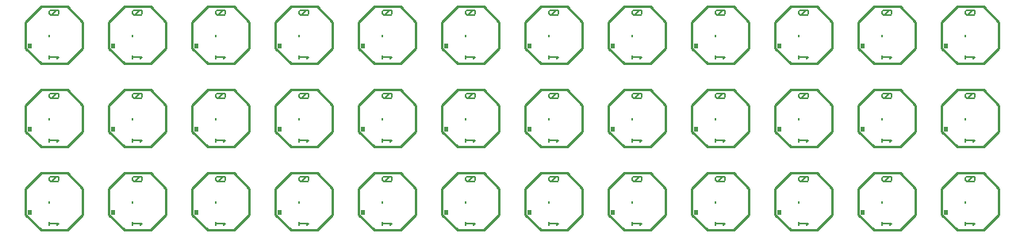
<source format=gbr>
G04 start of page 9 for group -4078 idx -4078 *
G04 Title: (unknown), bottomsilk *
G04 Creator: pcb 4.0.2 *
G04 CreationDate: Fri Mar 17 03:13:06 2023 UTC *
G04 For: railfan *
G04 Format: Gerber/RS-274X *
G04 PCB-Dimensions (mil): 4900.00 1150.00 *
G04 PCB-Coordinate-Origin: lower left *
%MOIN*%
%FSLAX25Y25*%
%LNBOTTOMSILK*%
%ADD32C,0.0080*%
%ADD31C,0.0100*%
%ADD30C,0.0001*%
G54D30*G36*
X43000Y54000D02*Y52000D01*
X41500D01*
Y54000D01*
X43000D01*
G37*
G36*
X78000D02*Y52000D01*
X76500D01*
Y54000D01*
X78000D01*
G37*
G36*
X43000Y89000D02*Y87000D01*
X41500D01*
Y89000D01*
X43000D01*
G37*
G36*
X78000D02*Y87000D01*
X76500D01*
Y89000D01*
X78000D01*
G37*
G36*
X43000Y19000D02*Y17000D01*
X41500D01*
Y19000D01*
X43000D01*
G37*
G36*
X78000D02*Y17000D01*
X76500D01*
Y19000D01*
X78000D01*
G37*
G36*
X113000Y54000D02*Y52000D01*
X111500D01*
Y54000D01*
X113000D01*
G37*
G36*
Y89000D02*Y87000D01*
X111500D01*
Y89000D01*
X113000D01*
G37*
G36*
X148000D02*Y87000D01*
X146500D01*
Y89000D01*
X148000D01*
G37*
G36*
X113000Y19000D02*Y17000D01*
X111500D01*
Y19000D01*
X113000D01*
G37*
G36*
X148000D02*Y17000D01*
X146500D01*
Y19000D01*
X148000D01*
G37*
G36*
Y54000D02*Y52000D01*
X146500D01*
Y54000D01*
X148000D01*
G37*
G36*
X183000D02*Y52000D01*
X181500D01*
Y54000D01*
X183000D01*
G37*
G36*
X218000D02*Y52000D01*
X216500D01*
Y54000D01*
X218000D01*
G37*
G36*
X253000D02*Y52000D01*
X251500D01*
Y54000D01*
X253000D01*
G37*
G36*
X288000D02*Y52000D01*
X286500D01*
Y54000D01*
X288000D01*
G37*
G36*
X323000D02*Y52000D01*
X321500D01*
Y54000D01*
X323000D01*
G37*
G36*
X358000D02*Y52000D01*
X356500D01*
Y54000D01*
X358000D01*
G37*
G36*
X393000D02*Y52000D01*
X391500D01*
Y54000D01*
X393000D01*
G37*
G36*
X428000D02*Y52000D01*
X426500D01*
Y54000D01*
X428000D01*
G37*
G36*
X183000Y89000D02*Y87000D01*
X181500D01*
Y89000D01*
X183000D01*
G37*
G36*
Y19000D02*Y17000D01*
X181500D01*
Y19000D01*
X183000D01*
G37*
G36*
X218000Y89000D02*Y87000D01*
X216500D01*
Y89000D01*
X218000D01*
G37*
G36*
Y19000D02*Y17000D01*
X216500D01*
Y19000D01*
X218000D01*
G37*
G36*
X253000Y89000D02*Y87000D01*
X251500D01*
Y89000D01*
X253000D01*
G37*
G36*
Y19000D02*Y17000D01*
X251500D01*
Y19000D01*
X253000D01*
G37*
G36*
X288000D02*Y17000D01*
X286500D01*
Y19000D01*
X288000D01*
G37*
G36*
Y89000D02*Y87000D01*
X286500D01*
Y89000D01*
X288000D01*
G37*
G36*
X323000D02*Y87000D01*
X321500D01*
Y89000D01*
X323000D01*
G37*
G36*
X358000D02*Y87000D01*
X356500D01*
Y89000D01*
X358000D01*
G37*
G36*
X393000D02*Y87000D01*
X391500D01*
Y89000D01*
X393000D01*
G37*
G36*
X428000D02*Y87000D01*
X426500D01*
Y89000D01*
X428000D01*
G37*
G36*
X323000Y19000D02*Y17000D01*
X321500D01*
Y19000D01*
X323000D01*
G37*
G36*
X358000D02*Y17000D01*
X356500D01*
Y19000D01*
X358000D01*
G37*
G36*
X393000D02*Y17000D01*
X391500D01*
Y19000D01*
X393000D01*
G37*
G36*
X428000D02*Y17000D01*
X426500D01*
Y19000D01*
X428000D01*
G37*
G54D31*X152000Y69500D02*X163000D01*
X169500Y63000D02*X163000Y69500D01*
X169500Y63000D02*Y52000D01*
X180500Y63000D02*Y52000D01*
X187000Y69500D02*X180500Y63000D01*
X163000Y45500D02*X169500Y52000D01*
X187000Y45500D02*X198000D01*
X180500Y52000D02*X187000Y45500D01*
Y69500D02*X198000D01*
X204500Y63000D02*X198000Y69500D01*
X204500Y63000D02*Y52000D01*
X198000Y45500D02*X204500Y52000D01*
X222000Y45500D02*X233000D01*
X215500Y52000D02*X222000Y45500D01*
X215500Y63000D02*Y52000D01*
X222000Y69500D02*X215500Y63000D01*
X222000Y69500D02*X233000D01*
X239500Y63000D02*X233000Y69500D01*
X239500Y63000D02*Y52000D01*
X233000Y45500D02*X239500Y52000D01*
X257000Y45500D02*X268000D01*
X250500Y52000D02*X257000Y45500D01*
X250500Y63000D02*Y52000D01*
X257000Y69500D02*X250500Y63000D01*
X257000Y69500D02*X268000D01*
X274500Y63000D02*X268000Y69500D01*
X274500Y63000D02*Y52000D01*
X93000Y45500D02*X99500Y52000D01*
X117000Y45500D02*X128000D01*
X110500Y52000D02*X117000Y45500D01*
X82000D02*X93000D01*
X99500Y63000D02*X93000Y69500D01*
X99500Y63000D02*Y52000D01*
X110500Y63000D02*Y52000D01*
X117000Y69500D02*X110500Y63000D01*
X40500D02*Y52000D01*
X47000Y69500D02*X40500Y63000D01*
X47000Y69500D02*X58000D01*
X64500Y63000D02*X58000Y69500D01*
X64500Y63000D02*Y52000D01*
X58000Y80500D02*X64500Y87000D01*
X47000Y80500D02*X58000D01*
X40500Y87000D02*X47000Y80500D01*
X40500Y98000D02*Y87000D01*
X47000Y104500D02*X40500Y98000D01*
X47000Y104500D02*X58000D01*
X64500Y98000D02*X58000Y104500D01*
X64500Y98000D02*Y87000D01*
X75500Y52000D02*X82000Y45500D01*
X75500Y63000D02*Y52000D01*
X82000Y69500D02*X75500Y63000D01*
X82000Y69500D02*X93000D01*
Y80500D02*X99500Y87000D01*
X82000Y80500D02*X93000D01*
X75500Y87000D02*X82000Y80500D01*
X75500Y98000D02*Y87000D01*
X82000Y104500D02*X75500Y98000D01*
X82000Y104500D02*X93000D01*
X99500Y98000D02*X93000Y104500D01*
X99500Y98000D02*Y87000D01*
X93000Y10500D02*X99500Y17000D01*
Y28000D02*X93000Y34500D01*
X99500Y28000D02*Y17000D01*
X82000Y10500D02*X93000D01*
X75500Y17000D02*X82000Y10500D01*
X75500Y28000D02*Y17000D01*
X82000Y34500D02*X75500Y28000D01*
X82000Y34500D02*X93000D01*
X58000Y45500D02*X64500Y52000D01*
X47000Y45500D02*X58000D01*
X40500Y52000D02*X47000Y45500D01*
X58000Y10500D02*X64500Y17000D01*
X47000Y10500D02*X58000D01*
X40500Y17000D02*X47000Y10500D01*
X40500Y28000D02*Y17000D01*
X47000Y34500D02*X40500Y28000D01*
X47000Y34500D02*X58000D01*
X64500Y28000D02*X58000Y34500D01*
X64500Y28000D02*Y17000D01*
X268000Y45500D02*X274500Y52000D01*
X292000Y45500D02*X303000D01*
X285500Y52000D02*X292000Y45500D01*
X285500Y63000D02*Y52000D01*
X292000Y69500D02*X285500Y63000D01*
X292000Y69500D02*X303000D01*
X309500Y63000D02*X303000Y69500D01*
X309500Y63000D02*Y52000D01*
X303000Y45500D02*X309500Y52000D01*
X327000Y45500D02*X338000D01*
X320500Y52000D02*X327000Y45500D01*
X320500Y63000D02*Y52000D01*
X327000Y69500D02*X320500Y63000D01*
X327000Y69500D02*X338000D01*
X344500Y63000D02*X338000Y69500D01*
X344500Y63000D02*Y52000D01*
X338000Y45500D02*X344500Y52000D01*
X362000Y45500D02*X373000D01*
X355500Y52000D02*X362000Y45500D01*
X355500Y63000D02*Y52000D01*
X362000Y69500D02*X355500Y63000D01*
X362000Y69500D02*X373000D01*
X379500Y63000D02*X373000Y69500D01*
X379500Y63000D02*Y52000D01*
X373000Y45500D02*X379500Y52000D01*
X397000Y45500D02*X408000D01*
X390500Y52000D02*X397000Y45500D01*
X390500Y63000D02*Y52000D01*
X397000Y69500D02*X390500Y63000D01*
X397000Y69500D02*X408000D01*
X414500Y63000D02*X408000Y69500D01*
X414500Y63000D02*Y52000D01*
X408000Y45500D02*X414500Y52000D01*
X443000Y45500D02*X449500Y52000D01*
X432000Y45500D02*X443000D01*
X425500Y52000D02*X432000Y45500D01*
X425500Y63000D02*Y52000D01*
X432000Y69500D02*X425500Y63000D01*
X432000Y69500D02*X443000D01*
X449500Y63000D02*X443000Y69500D01*
X449500Y63000D02*Y52000D01*
X198000Y80500D02*X204500Y87000D01*
Y98000D02*X198000Y104500D01*
X204500Y98000D02*Y87000D01*
X187000Y80500D02*X198000D01*
X180500Y87000D02*X187000Y80500D01*
X180500Y98000D02*Y87000D01*
X187000Y104500D02*X180500Y98000D01*
X187000Y104500D02*X198000D01*
X233000Y80500D02*X239500Y87000D01*
X222000Y80500D02*X233000D01*
X215500Y87000D02*X222000Y80500D01*
X215500Y98000D02*Y87000D01*
X239500Y98000D02*Y87000D01*
X222000Y104500D02*X215500Y98000D01*
X222000Y104500D02*X233000D01*
X257000D02*X268000D01*
X239500Y98000D02*X233000Y104500D01*
X274500Y98000D02*X268000Y104500D01*
X250500Y87000D02*X257000Y80500D01*
X250500Y98000D02*Y87000D01*
X257000Y104500D02*X250500Y98000D01*
X268000Y80500D02*X274500Y87000D01*
X257000Y80500D02*X268000D01*
X274500Y98000D02*Y87000D01*
X303000Y80500D02*X309500Y87000D01*
X292000Y80500D02*X303000D01*
X285500Y87000D02*X292000Y80500D01*
X285500Y98000D02*Y87000D01*
X309500Y98000D02*Y87000D01*
X320500Y98000D02*Y87000D01*
X292000Y104500D02*X285500Y98000D01*
X292000Y104500D02*X303000D01*
X309500Y98000D02*X303000Y104500D01*
X327000D02*X320500Y98000D01*
X327000Y104500D02*X338000D01*
X344500Y98000D02*X338000Y104500D01*
Y80500D02*X344500Y87000D01*
X327000Y80500D02*X338000D01*
X320500Y87000D02*X327000Y80500D01*
X344500Y98000D02*Y87000D01*
X355500Y98000D02*Y87000D01*
X373000Y80500D02*X379500Y87000D01*
X362000Y80500D02*X373000D01*
X355500Y87000D02*X362000Y80500D01*
X408000D02*X414500Y87000D01*
X397000Y80500D02*X408000D01*
X390500Y87000D02*X397000Y80500D01*
X362000Y104500D02*X355500Y98000D01*
X362000Y104500D02*X373000D01*
X379500Y98000D02*X373000Y104500D01*
X379500Y98000D02*Y87000D01*
X390500Y98000D02*Y87000D01*
X397000Y104500D02*X390500Y98000D01*
X397000Y104500D02*X408000D01*
X443000Y80500D02*X449500Y87000D01*
Y98000D02*Y87000D01*
X432000Y80500D02*X443000D01*
X425500Y87000D02*X432000Y80500D01*
X414500Y98000D02*X408000Y104500D01*
X414500Y98000D02*Y87000D01*
X425500Y98000D02*Y87000D01*
X432000Y104500D02*X425500Y98000D01*
X432000Y104500D02*X443000D01*
X449500Y98000D02*X443000Y104500D01*
X117000Y69500D02*X128000D01*
X134500Y63000D02*X128000Y69500D01*
X134500Y63000D02*Y52000D01*
X128000Y80500D02*X134500Y87000D01*
Y98000D02*X128000Y104500D01*
X134500Y98000D02*Y87000D01*
X117000Y80500D02*X128000D01*
X110500Y87000D02*X117000Y80500D01*
X110500Y98000D02*Y87000D01*
X117000Y104500D02*X110500Y98000D01*
X117000Y104500D02*X128000D01*
Y10500D02*X134500Y17000D01*
Y28000D02*X128000Y34500D01*
X134500Y28000D02*Y17000D01*
X117000Y10500D02*X128000D01*
X110500Y17000D02*X117000Y10500D01*
X110500Y28000D02*Y17000D01*
X117000Y34500D02*X110500Y28000D01*
X117000Y34500D02*X128000D01*
Y45500D02*X134500Y52000D01*
X152000Y45500D02*X163000D01*
X145500Y52000D02*X152000Y45500D01*
X145500Y63000D02*Y52000D01*
Y98000D02*Y87000D01*
X152000Y104500D02*X145500Y98000D01*
X152000Y69500D02*X145500Y63000D01*
X152000Y80500D02*X163000D01*
X145500Y87000D02*X152000Y80500D01*
X163000D02*X169500Y87000D01*
X152000Y104500D02*X163000D01*
X169500Y98000D02*X163000Y104500D01*
X169500Y98000D02*Y87000D01*
X163000Y10500D02*X169500Y17000D01*
Y28000D02*X163000Y34500D01*
X169500Y28000D02*Y17000D01*
X152000Y10500D02*X163000D01*
X145500Y17000D02*X152000Y10500D01*
X145500Y28000D02*Y17000D01*
X152000Y34500D02*X145500Y28000D01*
X152000Y34500D02*X163000D01*
X198000Y10500D02*X204500Y17000D01*
X187000Y10500D02*X198000D01*
X180500Y17000D02*X187000Y10500D01*
X180500Y28000D02*Y17000D01*
X204500Y28000D02*Y17000D01*
X187000Y34500D02*X180500Y28000D01*
X187000Y34500D02*X198000D01*
X222000D02*X233000D01*
X204500Y28000D02*X198000Y34500D01*
X239500Y28000D02*X233000Y34500D01*
X215500Y17000D02*X222000Y10500D01*
X215500Y28000D02*Y17000D01*
X222000Y34500D02*X215500Y28000D01*
X233000Y10500D02*X239500Y17000D01*
X222000Y10500D02*X233000D01*
X239500Y28000D02*Y17000D01*
X268000Y10500D02*X274500Y17000D01*
X257000Y10500D02*X268000D01*
X250500Y17000D02*X257000Y10500D01*
X250500Y28000D02*Y17000D01*
X274500Y28000D02*Y17000D01*
X285500Y28000D02*Y17000D01*
X257000Y34500D02*X250500Y28000D01*
X257000Y34500D02*X268000D01*
X274500Y28000D02*X268000Y34500D01*
X292000D02*X285500Y28000D01*
X292000Y34500D02*X303000D01*
X309500Y28000D02*X303000Y34500D01*
Y10500D02*X309500Y17000D01*
X292000Y10500D02*X303000D01*
X285500Y17000D02*X292000Y10500D01*
X309500Y28000D02*Y17000D01*
X320500Y28000D02*Y17000D01*
X338000Y10500D02*X344500Y17000D01*
X327000Y10500D02*X338000D01*
X320500Y17000D02*X327000Y10500D01*
X373000D02*X379500Y17000D01*
X362000Y10500D02*X373000D01*
X355500Y17000D02*X362000Y10500D01*
X327000Y34500D02*X320500Y28000D01*
X327000Y34500D02*X338000D01*
X344500Y28000D02*X338000Y34500D01*
X344500Y28000D02*Y17000D01*
X355500Y28000D02*Y17000D01*
X362000Y34500D02*X355500Y28000D01*
X362000Y34500D02*X373000D01*
X408000Y10500D02*X414500Y17000D01*
Y28000D02*Y17000D01*
X425500Y28000D02*Y17000D01*
X397000Y10500D02*X408000D01*
X390500Y17000D02*X397000Y10500D01*
X443000D02*X449500Y17000D01*
X432000Y10500D02*X443000D01*
X425500Y17000D02*X432000Y10500D01*
X379500Y28000D02*X373000Y34500D01*
X379500Y28000D02*Y17000D01*
X390500Y28000D02*Y17000D01*
X397000Y34500D02*X390500Y28000D01*
X397000Y34500D02*X408000D01*
X414500Y28000D02*X408000Y34500D01*
X432000D02*X425500Y28000D01*
X432000Y34500D02*X443000D01*
X449500Y28000D02*X443000Y34500D01*
X449500Y28000D02*Y17000D01*
G54D32*X260992Y66091D02*X260492Y66591D01*
X260992Y66091D02*X263992D01*
X264492Y66591D01*
Y67591D01*
X263992Y68091D01*
X260992D02*X263992D01*
X260492Y67591D02*X260992Y68091D01*
X260492Y66591D02*Y67591D01*
X261492Y66091D02*X263492Y68091D01*
X295492Y57091D02*Y57591D01*
X295992Y66091D02*X295492Y66591D01*
X295992Y66091D02*X298992D01*
X299492Y66591D01*
Y67591D01*
X298992Y68091D01*
X295992D02*X298992D01*
X295492Y67591D02*X295992Y68091D01*
X295492Y66591D02*Y67591D01*
X296492Y66091D02*X298492Y68091D01*
X298692Y47591D02*X299492Y48391D01*
X295492D02*X299492D01*
X295492Y47591D02*Y49091D01*
X330492Y57091D02*Y57591D01*
X330992Y66091D02*X330492Y66591D01*
X330992Y66091D02*X333992D01*
X334492Y66591D01*
Y67591D01*
X333992Y68091D01*
X330992D02*X333992D01*
X330492Y67591D02*X330992Y68091D01*
X330492Y66591D02*Y67591D01*
X331492Y66091D02*X333492Y68091D01*
X333692Y47591D02*X334492Y48391D01*
X330492D02*X334492D01*
X330492Y47591D02*Y49091D01*
X365492Y57091D02*Y57591D01*
X365992Y66091D02*X365492Y66591D01*
X365992Y66091D02*X368992D01*
X369492Y66591D01*
Y67591D01*
X368992Y68091D01*
X365992D02*X368992D01*
X365492Y67591D02*X365992Y68091D01*
X365492Y66591D02*Y67591D01*
X366492Y66091D02*X368492Y68091D01*
X368692Y47591D02*X369492Y48391D01*
X365492D02*X369492D01*
X365492Y47591D02*Y49091D01*
X400492Y57091D02*Y57591D01*
X400992Y66091D02*X400492Y66591D01*
X400992Y66091D02*X403992D01*
X404492Y66591D01*
Y67591D01*
X403992Y68091D01*
X400992D02*X403992D01*
X400492Y67591D02*X400992Y68091D01*
X400492Y66591D02*Y67591D01*
X401492Y66091D02*X403492Y68091D01*
X403692Y47591D02*X404492Y48391D01*
X400492D02*X404492D01*
X400492Y47591D02*Y49091D01*
X435492Y57091D02*Y57591D01*
X435992Y66091D02*X435492Y66591D01*
X435992Y66091D02*X438992D01*
X439492Y66591D01*
Y67591D01*
X438992Y68091D01*
X435992D02*X438992D01*
X435492Y67591D02*X435992Y68091D01*
X435492Y66591D02*Y67591D01*
X436492Y66091D02*X438492Y68091D01*
X438692Y47591D02*X439492Y48391D01*
X435492D02*X439492D01*
X435492Y47591D02*Y49091D01*
X260492Y92091D02*Y92591D01*
X260992Y101091D02*X260492Y101591D01*
X260992Y101091D02*X263992D01*
X264492Y101591D01*
Y102591D01*
X263992Y103091D01*
X260992D02*X263992D01*
X260492Y102591D02*X260992Y103091D01*
X260492Y101591D02*Y102591D01*
X261492Y101091D02*X263492Y103091D01*
X263692Y82591D02*X264492Y83391D01*
X260492D02*X264492D01*
X260492Y82591D02*Y84091D01*
X295492Y92091D02*Y92591D01*
X295992Y101091D02*X295492Y101591D01*
X295992Y101091D02*X298992D01*
X299492Y101591D01*
Y102591D01*
X298992Y103091D01*
X295992D02*X298992D01*
X295492Y102591D02*X295992Y103091D01*
X295492Y101591D02*Y102591D01*
X296492Y101091D02*X298492Y103091D01*
X298692Y82591D02*X299492Y83391D01*
X295492D02*X299492D01*
X295492Y82591D02*Y84091D01*
X330492Y92091D02*Y92591D01*
X330992Y101091D02*X330492Y101591D01*
X330992Y101091D02*X333992D01*
X334492Y101591D01*
Y102591D01*
X333992Y103091D01*
X330992D02*X333992D01*
X330492Y102591D02*X330992Y103091D01*
X330492Y101591D02*Y102591D01*
X331492Y101091D02*X333492Y103091D01*
X333692Y82591D02*X334492Y83391D01*
X330492D02*X334492D01*
X330492Y82591D02*Y84091D01*
X365492Y92091D02*Y92591D01*
X365992Y101091D02*X365492Y101591D01*
X365992Y101091D02*X368992D01*
X369492Y101591D01*
Y102591D01*
X368992Y103091D01*
X365992D02*X368992D01*
X365492Y102591D02*X365992Y103091D01*
X365492Y101591D02*Y102591D01*
X366492Y101091D02*X368492Y103091D01*
X368692Y82591D02*X369492Y83391D01*
X365492D02*X369492D01*
X365492Y82591D02*Y84091D01*
X400492Y92091D02*Y92591D01*
X403692Y82591D02*X404492Y83391D01*
X400492D02*X404492D01*
X400492Y82591D02*Y84091D01*
X400992Y101091D02*X400492Y101591D01*
X400992Y101091D02*X403992D01*
X404492Y101591D01*
Y102591D01*
X403992Y103091D01*
X400992D02*X403992D01*
X400492Y102591D02*X400992Y103091D01*
X400492Y101591D02*Y102591D01*
X401492Y101091D02*X403492Y103091D01*
X435492Y92091D02*Y92591D01*
X435992Y101091D02*X435492Y101591D01*
X435992Y101091D02*X438992D01*
X439492Y101591D01*
Y102591D01*
X438992Y103091D01*
X435992D02*X438992D01*
X435492Y102591D02*X435992Y103091D01*
X435492Y101591D02*Y102591D01*
X436492Y101091D02*X438492Y103091D01*
X438692Y82591D02*X439492Y83391D01*
X435492D02*X439492D01*
X435492Y82591D02*Y84091D01*
X263692Y47591D02*X264492Y48391D01*
X260492D02*X264492D01*
X260492Y47591D02*Y49091D01*
Y22091D02*Y22591D01*
X263692Y12591D02*X264492Y13391D01*
X260492D02*X264492D01*
X260492Y12591D02*Y14091D01*
X295492Y22091D02*Y22591D01*
X298692Y12591D02*X299492Y13391D01*
X295492D02*X299492D01*
X295492Y12591D02*Y14091D01*
X260992Y31091D02*X260492Y31591D01*
X260992Y31091D02*X263992D01*
X264492Y31591D01*
Y32591D01*
X263992Y33091D01*
X260992D02*X263992D01*
X260492Y32591D02*X260992Y33091D01*
X260492Y31591D02*Y32591D01*
X261492Y31091D02*X263492Y33091D01*
X295992Y31091D02*X295492Y31591D01*
X295992Y31091D02*X298992D01*
X299492Y31591D01*
Y32591D01*
X298992Y33091D01*
X295992D02*X298992D01*
X295492Y32591D02*X295992Y33091D01*
X295492Y31591D02*Y32591D01*
X296492Y31091D02*X298492Y33091D01*
X330992Y31091D02*X330492Y31591D01*
X330992Y31091D02*X333992D01*
X334492Y31591D01*
Y32591D01*
X333992Y33091D01*
X330992D02*X333992D01*
X330492Y32591D02*X330992Y33091D01*
X330492Y31591D02*Y32591D01*
X331492Y31091D02*X333492Y33091D01*
X330492Y22091D02*Y22591D01*
X333692Y12591D02*X334492Y13391D01*
X330492D02*X334492D01*
X330492Y12591D02*Y14091D01*
X365492Y22091D02*Y22591D01*
X365992Y31091D02*X365492Y31591D01*
X365992Y31091D02*X368992D01*
X369492Y31591D01*
Y32591D01*
X368992Y33091D01*
X365992D02*X368992D01*
X365492Y32591D02*X365992Y33091D01*
X365492Y31591D02*Y32591D01*
X366492Y31091D02*X368492Y33091D01*
X400992Y31091D02*X400492Y31591D01*
X400992Y31091D02*X403992D01*
X404492Y31591D01*
Y32591D01*
X403992Y33091D01*
X400992D02*X403992D01*
X400492Y32591D02*X400992Y33091D01*
X400492Y31591D02*Y32591D01*
X401492Y31091D02*X403492Y33091D01*
X435992Y31091D02*X435492Y31591D01*
X435992Y31091D02*X438992D01*
X439492Y31591D01*
Y32591D01*
X438992Y33091D01*
X435992D02*X438992D01*
X435492Y32591D02*X435992Y33091D01*
X435492Y31591D02*Y32591D01*
X436492Y31091D02*X438492Y33091D01*
X368692Y12591D02*X369492Y13391D01*
X365492D02*X369492D01*
X365492Y12591D02*Y14091D01*
X400492Y22091D02*Y22591D01*
X403692Y12591D02*X404492Y13391D01*
X400492D02*X404492D01*
X400492Y12591D02*Y14091D01*
X435492Y22091D02*Y22591D01*
X438692Y12591D02*X439492Y13391D01*
X435492D02*X439492D01*
X435492Y12591D02*Y14091D01*
X155492Y57091D02*Y57591D01*
X158692Y47591D02*X159492Y48391D01*
X155492D02*X159492D01*
X155492Y47591D02*Y49091D01*
X190492Y57091D02*Y57591D01*
X193692Y47591D02*X194492Y48391D01*
X190492D02*X194492D01*
X190492Y47591D02*Y49091D01*
X155992Y66091D02*X155492Y66591D01*
X155992Y66091D02*X158992D01*
X159492Y66591D01*
Y67591D01*
X158992Y68091D01*
X155992D02*X158992D01*
X155492Y67591D02*X155992Y68091D01*
X155492Y66591D02*Y67591D01*
X156492Y66091D02*X158492Y68091D01*
X190992Y66091D02*X190492Y66591D01*
X190992Y66091D02*X193992D01*
X194492Y66591D01*
Y67591D01*
X193992Y68091D01*
X190992D02*X193992D01*
X190492Y67591D02*X190992Y68091D01*
X190492Y66591D02*Y67591D01*
X191492Y66091D02*X193492Y68091D01*
X225992Y66091D02*X225492Y66591D01*
X225992Y66091D02*X228992D01*
X229492Y66591D01*
Y67591D01*
X228992Y68091D01*
X225992D02*X228992D01*
X225492Y67591D02*X225992Y68091D01*
X225492Y66591D02*Y67591D01*
X226492Y66091D02*X228492Y68091D01*
X225492Y57091D02*Y57591D01*
X228692Y47591D02*X229492Y48391D01*
X225492D02*X229492D01*
X225492Y47591D02*Y49091D01*
X260492Y57091D02*Y57591D01*
X85492Y57091D02*Y57591D01*
X85992Y66091D02*X85492Y66591D01*
X85992Y66091D02*X88992D01*
X89492Y66591D01*
Y67591D01*
X88992Y68091D01*
X85992D02*X88992D01*
X85492Y67591D02*X85992Y68091D01*
X85492Y66591D02*Y67591D01*
X86492Y66091D02*X88492Y68091D01*
X88692Y47591D02*X89492Y48391D01*
X85492D02*X89492D01*
X85492Y47591D02*Y49091D01*
X120492Y57091D02*Y57591D01*
X50492Y57091D02*Y57591D01*
X50992Y66091D02*X50492Y66591D01*
X50992Y66091D02*X53992D01*
X54492Y66591D01*
Y67591D01*
X53992Y68091D01*
X50992D02*X53992D01*
X50492Y67591D02*X50992Y68091D01*
X50492Y66591D02*Y67591D01*
X51492Y66091D02*X53492Y68091D01*
X53692Y47591D02*X54492Y48391D01*
X50492D02*X54492D01*
X50492Y47591D02*Y49091D01*
X123692Y47591D02*X124492Y48391D01*
X120492D02*X124492D01*
X120492Y47591D02*Y49091D01*
Y22091D02*Y22591D01*
X120992Y31091D02*X120492Y31591D01*
X120992Y31091D02*X123992D01*
X124492Y31591D01*
Y32591D01*
X123992Y33091D01*
X120992D02*X123992D01*
X120492Y32591D02*X120992Y33091D01*
X120492Y31591D02*Y32591D01*
X121492Y31091D02*X123492Y33091D01*
X123692Y12591D02*X124492Y13391D01*
X120492D02*X124492D01*
X120492Y12591D02*Y14091D01*
X50492Y92091D02*Y92591D01*
X53692Y82591D02*X54492Y83391D01*
X50492D02*X54492D01*
X50492Y82591D02*Y84091D01*
X85492Y92091D02*Y92591D01*
X88692Y82591D02*X89492Y83391D01*
X85492D02*X89492D01*
X85492Y82591D02*Y84091D01*
X50492Y22091D02*Y22591D01*
X53692Y12591D02*X54492Y13391D01*
X50492D02*X54492D01*
X50492Y12591D02*Y14091D01*
X85492Y22091D02*Y22591D01*
X88692Y12591D02*X89492Y13391D01*
X85492D02*X89492D01*
X85492Y12591D02*Y14091D01*
X155492Y22091D02*Y22591D01*
X158692Y12591D02*X159492Y13391D01*
X155492D02*X159492D01*
X155492Y12591D02*Y14091D01*
X50992Y31091D02*X50492Y31591D01*
X50992Y31091D02*X53992D01*
X54492Y31591D01*
Y32591D01*
X53992Y33091D01*
X50992D02*X53992D01*
X50492Y32591D02*X50992Y33091D01*
X50492Y31591D02*Y32591D01*
X51492Y31091D02*X53492Y33091D01*
X85992Y31091D02*X85492Y31591D01*
X85992Y31091D02*X88992D01*
X89492Y31591D01*
Y32591D01*
X88992Y33091D01*
X85992D02*X88992D01*
X85492Y32591D02*X85992Y33091D01*
X85492Y31591D02*Y32591D01*
X86492Y31091D02*X88492Y33091D01*
X155992Y31091D02*X155492Y31591D01*
X155992Y31091D02*X158992D01*
X159492Y31591D01*
Y32591D01*
X158992Y33091D01*
X155992D02*X158992D01*
X155492Y32591D02*X155992Y33091D01*
X155492Y31591D02*Y32591D01*
X156492Y31091D02*X158492Y33091D01*
X120992Y66091D02*X120492Y66591D01*
X120992Y66091D02*X123992D01*
X124492Y66591D01*
Y67591D01*
X123992Y68091D01*
X120992D02*X123992D01*
X120492Y67591D02*X120992Y68091D01*
X120492Y66591D02*Y67591D01*
X121492Y66091D02*X123492Y68091D01*
X120492Y92091D02*Y92591D01*
X120992Y101091D02*X120492Y101591D01*
X120992Y101091D02*X123992D01*
X124492Y101591D01*
Y102591D01*
X123992Y103091D01*
X120992D02*X123992D01*
X120492Y102591D02*X120992Y103091D01*
X120492Y101591D02*Y102591D01*
X121492Y101091D02*X123492Y103091D01*
X123692Y82591D02*X124492Y83391D01*
X120492D02*X124492D01*
X120492Y82591D02*Y84091D01*
X50992Y101091D02*X50492Y101591D01*
X50992Y101091D02*X53992D01*
X54492Y101591D01*
Y102591D01*
X53992Y103091D01*
X50992D02*X53992D01*
X50492Y102591D02*X50992Y103091D01*
X50492Y101591D02*Y102591D01*
X51492Y101091D02*X53492Y103091D01*
X85992Y101091D02*X85492Y101591D01*
X85992Y101091D02*X88992D01*
X89492Y101591D01*
Y102591D01*
X88992Y103091D01*
X85992D02*X88992D01*
X85492Y102591D02*X85992Y103091D01*
X85492Y101591D02*Y102591D01*
X86492Y101091D02*X88492Y103091D01*
X155992Y101091D02*X155492Y101591D01*
X155992Y101091D02*X158992D01*
X159492Y101591D01*
Y102591D01*
X158992Y103091D01*
X155992D02*X158992D01*
X155492Y102591D02*X155992Y103091D01*
X155492Y101591D02*Y102591D01*
X156492Y101091D02*X158492Y103091D01*
X155492Y92091D02*Y92591D01*
X158692Y82591D02*X159492Y83391D01*
X155492D02*X159492D01*
X155492Y82591D02*Y84091D01*
X190492Y92091D02*Y92591D01*
X193692Y82591D02*X194492Y83391D01*
X190492D02*X194492D01*
X190492Y82591D02*Y84091D01*
X190992Y101091D02*X190492Y101591D01*
X190992Y101091D02*X193992D01*
X194492Y101591D01*
Y102591D01*
X193992Y103091D01*
X190992D02*X193992D01*
X190492Y102591D02*X190992Y103091D01*
X190492Y101591D02*Y102591D01*
X191492Y101091D02*X193492Y103091D01*
X225492Y92091D02*Y92591D01*
X225992Y101091D02*X225492Y101591D01*
X225992Y101091D02*X228992D01*
X229492Y101591D01*
Y102591D01*
X228992Y103091D01*
X225992D02*X228992D01*
X225492Y102591D02*X225992Y103091D01*
X225492Y101591D02*Y102591D01*
X226492Y101091D02*X228492Y103091D01*
X228692Y82591D02*X229492Y83391D01*
X225492D02*X229492D01*
X225492Y82591D02*Y84091D01*
X190492Y22091D02*Y22591D01*
X190992Y31091D02*X190492Y31591D01*
X190992Y31091D02*X193992D01*
X194492Y31591D01*
Y32591D01*
X193992Y33091D01*
X190992D02*X193992D01*
X190492Y32591D02*X190992Y33091D01*
X190492Y31591D02*Y32591D01*
X191492Y31091D02*X193492Y33091D01*
X193692Y12591D02*X194492Y13391D01*
X190492D02*X194492D01*
X190492Y12591D02*Y14091D01*
X225492Y22091D02*Y22591D01*
X225992Y31091D02*X225492Y31591D01*
X225992Y31091D02*X228992D01*
X229492Y31591D01*
Y32591D01*
X228992Y33091D01*
X225992D02*X228992D01*
X225492Y32591D02*X225992Y33091D01*
X225492Y31591D02*Y32591D01*
X226492Y31091D02*X228492Y33091D01*
X228692Y12591D02*X229492Y13391D01*
X225492D02*X229492D01*
X225492Y12591D02*Y14091D01*
M02*

</source>
